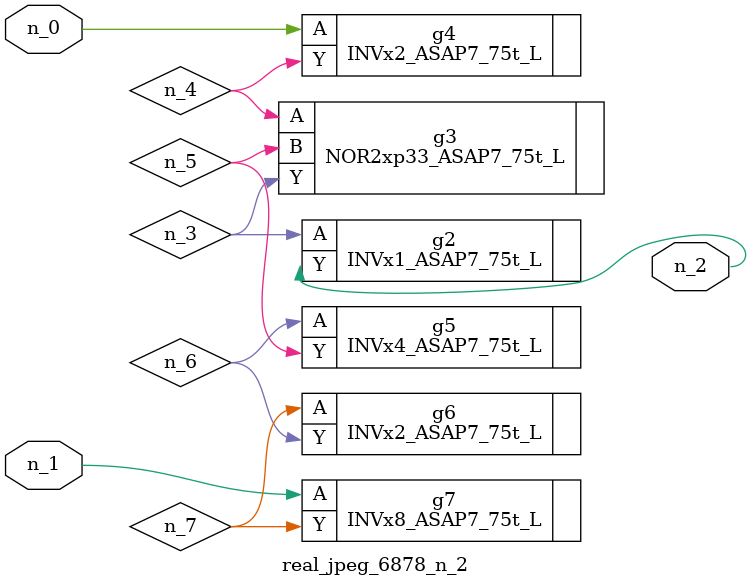
<source format=v>
module real_jpeg_6878_n_2 (n_1, n_0, n_2);

input n_1;
input n_0;

output n_2;

wire n_5;
wire n_4;
wire n_6;
wire n_7;
wire n_3;

INVx2_ASAP7_75t_L g4 ( 
.A(n_0),
.Y(n_4)
);

INVx8_ASAP7_75t_L g7 ( 
.A(n_1),
.Y(n_7)
);

INVx1_ASAP7_75t_L g2 ( 
.A(n_3),
.Y(n_2)
);

NOR2xp33_ASAP7_75t_L g3 ( 
.A(n_4),
.B(n_5),
.Y(n_3)
);

INVx4_ASAP7_75t_L g5 ( 
.A(n_6),
.Y(n_5)
);

INVx2_ASAP7_75t_L g6 ( 
.A(n_7),
.Y(n_6)
);


endmodule
</source>
